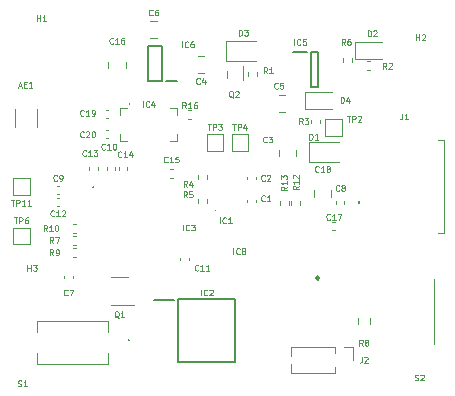
<source format=gbr>
%TF.GenerationSoftware,KiCad,Pcbnew,(6.0.0)*%
%TF.CreationDate,2022-05-30T17:20:12+01:00*%
%TF.ProjectId,Tracer,54726163-6572-42e6-9b69-6361645f7063,E*%
%TF.SameCoordinates,Original*%
%TF.FileFunction,Legend,Top*%
%TF.FilePolarity,Positive*%
%FSLAX46Y46*%
G04 Gerber Fmt 4.6, Leading zero omitted, Abs format (unit mm)*
G04 Created by KiCad (PCBNEW (6.0.0)) date 2022-05-30 17:20:12*
%MOMM*%
%LPD*%
G01*
G04 APERTURE LIST*
%ADD10C,0.035000*%
%ADD11C,0.120000*%
%ADD12C,0.200000*%
%ADD13C,0.027000*%
%ADD14C,0.100000*%
%ADD15C,0.250000*%
G04 APERTURE END LIST*
D10*
%TO.C,C15*%
X142478571Y-94118571D02*
X142454761Y-94142380D01*
X142383333Y-94166190D01*
X142335714Y-94166190D01*
X142264285Y-94142380D01*
X142216666Y-94094761D01*
X142192857Y-94047142D01*
X142169047Y-93951904D01*
X142169047Y-93880476D01*
X142192857Y-93785238D01*
X142216666Y-93737619D01*
X142264285Y-93690000D01*
X142335714Y-93666190D01*
X142383333Y-93666190D01*
X142454761Y-93690000D01*
X142478571Y-93713809D01*
X142954761Y-94166190D02*
X142669047Y-94166190D01*
X142811904Y-94166190D02*
X142811904Y-93666190D01*
X142764285Y-93737619D01*
X142716666Y-93785238D01*
X142669047Y-93809047D01*
X143407142Y-93666190D02*
X143169047Y-93666190D01*
X143145238Y-93904285D01*
X143169047Y-93880476D01*
X143216666Y-93856666D01*
X143335714Y-93856666D01*
X143383333Y-93880476D01*
X143407142Y-93904285D01*
X143430952Y-93951904D01*
X143430952Y-94070952D01*
X143407142Y-94118571D01*
X143383333Y-94142380D01*
X143335714Y-94166190D01*
X143216666Y-94166190D01*
X143169047Y-94142380D01*
X143145238Y-94118571D01*
%TO.C,R10*%
X132278571Y-99976190D02*
X132111904Y-99738095D01*
X131992857Y-99976190D02*
X131992857Y-99476190D01*
X132183333Y-99476190D01*
X132230952Y-99500000D01*
X132254761Y-99523809D01*
X132278571Y-99571428D01*
X132278571Y-99642857D01*
X132254761Y-99690476D01*
X132230952Y-99714285D01*
X132183333Y-99738095D01*
X131992857Y-99738095D01*
X132754761Y-99976190D02*
X132469047Y-99976190D01*
X132611904Y-99976190D02*
X132611904Y-99476190D01*
X132564285Y-99547619D01*
X132516666Y-99595238D01*
X132469047Y-99619047D01*
X133064285Y-99476190D02*
X133111904Y-99476190D01*
X133159523Y-99500000D01*
X133183333Y-99523809D01*
X133207142Y-99571428D01*
X133230952Y-99666666D01*
X133230952Y-99785714D01*
X133207142Y-99880952D01*
X133183333Y-99928571D01*
X133159523Y-99952380D01*
X133111904Y-99976190D01*
X133064285Y-99976190D01*
X133016666Y-99952380D01*
X132992857Y-99928571D01*
X132969047Y-99880952D01*
X132945238Y-99785714D01*
X132945238Y-99666666D01*
X132969047Y-99571428D01*
X132992857Y-99523809D01*
X133016666Y-99500000D01*
X133064285Y-99476190D01*
%TO.C,C1*%
X150716666Y-97398571D02*
X150692857Y-97422380D01*
X150621428Y-97446190D01*
X150573809Y-97446190D01*
X150502380Y-97422380D01*
X150454761Y-97374761D01*
X150430952Y-97327142D01*
X150407142Y-97231904D01*
X150407142Y-97160476D01*
X150430952Y-97065238D01*
X150454761Y-97017619D01*
X150502380Y-96970000D01*
X150573809Y-96946190D01*
X150621428Y-96946190D01*
X150692857Y-96970000D01*
X150716666Y-96993809D01*
X151192857Y-97446190D02*
X150907142Y-97446190D01*
X151050000Y-97446190D02*
X151050000Y-96946190D01*
X151002380Y-97017619D01*
X150954761Y-97065238D01*
X150907142Y-97089047D01*
%TO.C,C16*%
X137873571Y-84078571D02*
X137849761Y-84102380D01*
X137778333Y-84126190D01*
X137730714Y-84126190D01*
X137659285Y-84102380D01*
X137611666Y-84054761D01*
X137587857Y-84007142D01*
X137564047Y-83911904D01*
X137564047Y-83840476D01*
X137587857Y-83745238D01*
X137611666Y-83697619D01*
X137659285Y-83650000D01*
X137730714Y-83626190D01*
X137778333Y-83626190D01*
X137849761Y-83650000D01*
X137873571Y-83673809D01*
X138349761Y-84126190D02*
X138064047Y-84126190D01*
X138206904Y-84126190D02*
X138206904Y-83626190D01*
X138159285Y-83697619D01*
X138111666Y-83745238D01*
X138064047Y-83769047D01*
X138778333Y-83626190D02*
X138683095Y-83626190D01*
X138635476Y-83650000D01*
X138611666Y-83673809D01*
X138564047Y-83745238D01*
X138540238Y-83840476D01*
X138540238Y-84030952D01*
X138564047Y-84078571D01*
X138587857Y-84102380D01*
X138635476Y-84126190D01*
X138730714Y-84126190D01*
X138778333Y-84102380D01*
X138802142Y-84078571D01*
X138825952Y-84030952D01*
X138825952Y-83911904D01*
X138802142Y-83864285D01*
X138778333Y-83840476D01*
X138730714Y-83816666D01*
X138635476Y-83816666D01*
X138587857Y-83840476D01*
X138564047Y-83864285D01*
X138540238Y-83911904D01*
%TO.C,C5*%
X151816666Y-87878571D02*
X151792857Y-87902380D01*
X151721428Y-87926190D01*
X151673809Y-87926190D01*
X151602380Y-87902380D01*
X151554761Y-87854761D01*
X151530952Y-87807142D01*
X151507142Y-87711904D01*
X151507142Y-87640476D01*
X151530952Y-87545238D01*
X151554761Y-87497619D01*
X151602380Y-87450000D01*
X151673809Y-87426190D01*
X151721428Y-87426190D01*
X151792857Y-87450000D01*
X151816666Y-87473809D01*
X152269047Y-87426190D02*
X152030952Y-87426190D01*
X152007142Y-87664285D01*
X152030952Y-87640476D01*
X152078571Y-87616666D01*
X152197619Y-87616666D01*
X152245238Y-87640476D01*
X152269047Y-87664285D01*
X152292857Y-87711904D01*
X152292857Y-87830952D01*
X152269047Y-87878571D01*
X152245238Y-87902380D01*
X152197619Y-87926190D01*
X152078571Y-87926190D01*
X152030952Y-87902380D01*
X152007142Y-87878571D01*
%TO.C,D1*%
X154480952Y-92226190D02*
X154480952Y-91726190D01*
X154600000Y-91726190D01*
X154671428Y-91750000D01*
X154719047Y-91797619D01*
X154742857Y-91845238D01*
X154766666Y-91940476D01*
X154766666Y-92011904D01*
X154742857Y-92107142D01*
X154719047Y-92154761D01*
X154671428Y-92202380D01*
X154600000Y-92226190D01*
X154480952Y-92226190D01*
X155242857Y-92226190D02*
X154957142Y-92226190D01*
X155100000Y-92226190D02*
X155100000Y-91726190D01*
X155052380Y-91797619D01*
X155004761Y-91845238D01*
X154957142Y-91869047D01*
%TO.C,Q2*%
X148052380Y-88673809D02*
X148004761Y-88650000D01*
X147957142Y-88602380D01*
X147885714Y-88530952D01*
X147838095Y-88507142D01*
X147790476Y-88507142D01*
X147814285Y-88626190D02*
X147766666Y-88602380D01*
X147719047Y-88554761D01*
X147695238Y-88459523D01*
X147695238Y-88292857D01*
X147719047Y-88197619D01*
X147766666Y-88150000D01*
X147814285Y-88126190D01*
X147909523Y-88126190D01*
X147957142Y-88150000D01*
X148004761Y-88197619D01*
X148028571Y-88292857D01*
X148028571Y-88459523D01*
X148004761Y-88554761D01*
X147957142Y-88602380D01*
X147909523Y-88626190D01*
X147814285Y-88626190D01*
X148219047Y-88173809D02*
X148242857Y-88150000D01*
X148290476Y-88126190D01*
X148409523Y-88126190D01*
X148457142Y-88150000D01*
X148480952Y-88173809D01*
X148504761Y-88221428D01*
X148504761Y-88269047D01*
X148480952Y-88340476D01*
X148195238Y-88626190D01*
X148504761Y-88626190D01*
%TO.C,R7*%
X132816666Y-100976190D02*
X132650000Y-100738095D01*
X132530952Y-100976190D02*
X132530952Y-100476190D01*
X132721428Y-100476190D01*
X132769047Y-100500000D01*
X132792857Y-100523809D01*
X132816666Y-100571428D01*
X132816666Y-100642857D01*
X132792857Y-100690476D01*
X132769047Y-100714285D01*
X132721428Y-100738095D01*
X132530952Y-100738095D01*
X132983333Y-100476190D02*
X133316666Y-100476190D01*
X133102380Y-100976190D01*
%TO.C,C3*%
X150866666Y-92428571D02*
X150842857Y-92452380D01*
X150771428Y-92476190D01*
X150723809Y-92476190D01*
X150652380Y-92452380D01*
X150604761Y-92404761D01*
X150580952Y-92357142D01*
X150557142Y-92261904D01*
X150557142Y-92190476D01*
X150580952Y-92095238D01*
X150604761Y-92047619D01*
X150652380Y-92000000D01*
X150723809Y-91976190D01*
X150771428Y-91976190D01*
X150842857Y-92000000D01*
X150866666Y-92023809D01*
X151033333Y-91976190D02*
X151342857Y-91976190D01*
X151176190Y-92166666D01*
X151247619Y-92166666D01*
X151295238Y-92190476D01*
X151319047Y-92214285D01*
X151342857Y-92261904D01*
X151342857Y-92380952D01*
X151319047Y-92428571D01*
X151295238Y-92452380D01*
X151247619Y-92476190D01*
X151104761Y-92476190D01*
X151057142Y-92452380D01*
X151033333Y-92428571D01*
%TO.C,H3*%
X130619047Y-103326190D02*
X130619047Y-102826190D01*
X130619047Y-103064285D02*
X130904761Y-103064285D01*
X130904761Y-103326190D02*
X130904761Y-102826190D01*
X131095238Y-102826190D02*
X131404761Y-102826190D01*
X131238095Y-103016666D01*
X131309523Y-103016666D01*
X131357142Y-103040476D01*
X131380952Y-103064285D01*
X131404761Y-103111904D01*
X131404761Y-103230952D01*
X131380952Y-103278571D01*
X131357142Y-103302380D01*
X131309523Y-103326190D01*
X131166666Y-103326190D01*
X131119047Y-103302380D01*
X131095238Y-103278571D01*
%TO.C,C6*%
X141211666Y-81678571D02*
X141187857Y-81702380D01*
X141116428Y-81726190D01*
X141068809Y-81726190D01*
X140997380Y-81702380D01*
X140949761Y-81654761D01*
X140925952Y-81607142D01*
X140902142Y-81511904D01*
X140902142Y-81440476D01*
X140925952Y-81345238D01*
X140949761Y-81297619D01*
X140997380Y-81250000D01*
X141068809Y-81226190D01*
X141116428Y-81226190D01*
X141187857Y-81250000D01*
X141211666Y-81273809D01*
X141640238Y-81226190D02*
X141545000Y-81226190D01*
X141497380Y-81250000D01*
X141473571Y-81273809D01*
X141425952Y-81345238D01*
X141402142Y-81440476D01*
X141402142Y-81630952D01*
X141425952Y-81678571D01*
X141449761Y-81702380D01*
X141497380Y-81726190D01*
X141592619Y-81726190D01*
X141640238Y-81702380D01*
X141664047Y-81678571D01*
X141687857Y-81630952D01*
X141687857Y-81511904D01*
X141664047Y-81464285D01*
X141640238Y-81440476D01*
X141592619Y-81416666D01*
X141497380Y-81416666D01*
X141449761Y-81440476D01*
X141425952Y-81464285D01*
X141402142Y-81511904D01*
%TO.C,IC4*%
X140406904Y-89476190D02*
X140406904Y-88976190D01*
X140930714Y-89428571D02*
X140906904Y-89452380D01*
X140835476Y-89476190D01*
X140787857Y-89476190D01*
X140716428Y-89452380D01*
X140668809Y-89404761D01*
X140645000Y-89357142D01*
X140621190Y-89261904D01*
X140621190Y-89190476D01*
X140645000Y-89095238D01*
X140668809Y-89047619D01*
X140716428Y-89000000D01*
X140787857Y-88976190D01*
X140835476Y-88976190D01*
X140906904Y-89000000D01*
X140930714Y-89023809D01*
X141359285Y-89142857D02*
X141359285Y-89476190D01*
X141240238Y-88952380D02*
X141121190Y-89309523D01*
X141430714Y-89309523D01*
%TO.C,R12*%
X153576190Y-96171428D02*
X153338095Y-96338095D01*
X153576190Y-96457142D02*
X153076190Y-96457142D01*
X153076190Y-96266666D01*
X153100000Y-96219047D01*
X153123809Y-96195238D01*
X153171428Y-96171428D01*
X153242857Y-96171428D01*
X153290476Y-96195238D01*
X153314285Y-96219047D01*
X153338095Y-96266666D01*
X153338095Y-96457142D01*
X153576190Y-95695238D02*
X153576190Y-95980952D01*
X153576190Y-95838095D02*
X153076190Y-95838095D01*
X153147619Y-95885714D01*
X153195238Y-95933333D01*
X153219047Y-95980952D01*
X153123809Y-95504761D02*
X153100000Y-95480952D01*
X153076190Y-95433333D01*
X153076190Y-95314285D01*
X153100000Y-95266666D01*
X153123809Y-95242857D01*
X153171428Y-95219047D01*
X153219047Y-95219047D01*
X153290476Y-95242857D01*
X153576190Y-95528571D01*
X153576190Y-95219047D01*
%TO.C,IC1*%
X146911904Y-99326190D02*
X146911904Y-98826190D01*
X147435714Y-99278571D02*
X147411904Y-99302380D01*
X147340476Y-99326190D01*
X147292857Y-99326190D01*
X147221428Y-99302380D01*
X147173809Y-99254761D01*
X147150000Y-99207142D01*
X147126190Y-99111904D01*
X147126190Y-99040476D01*
X147150000Y-98945238D01*
X147173809Y-98897619D01*
X147221428Y-98850000D01*
X147292857Y-98826190D01*
X147340476Y-98826190D01*
X147411904Y-98850000D01*
X147435714Y-98873809D01*
X147911904Y-99326190D02*
X147626190Y-99326190D01*
X147769047Y-99326190D02*
X147769047Y-98826190D01*
X147721428Y-98897619D01*
X147673809Y-98945238D01*
X147626190Y-98969047D01*
%TO.C,J1*%
X162333333Y-90026190D02*
X162333333Y-90383333D01*
X162309523Y-90454761D01*
X162261904Y-90502380D01*
X162190476Y-90526190D01*
X162142857Y-90526190D01*
X162833333Y-90526190D02*
X162547619Y-90526190D01*
X162690476Y-90526190D02*
X162690476Y-90026190D01*
X162642857Y-90097619D01*
X162595238Y-90145238D01*
X162547619Y-90169047D01*
%TO.C,IC5*%
X153211904Y-84226190D02*
X153211904Y-83726190D01*
X153735714Y-84178571D02*
X153711904Y-84202380D01*
X153640476Y-84226190D01*
X153592857Y-84226190D01*
X153521428Y-84202380D01*
X153473809Y-84154761D01*
X153450000Y-84107142D01*
X153426190Y-84011904D01*
X153426190Y-83940476D01*
X153450000Y-83845238D01*
X153473809Y-83797619D01*
X153521428Y-83750000D01*
X153592857Y-83726190D01*
X153640476Y-83726190D01*
X153711904Y-83750000D01*
X153735714Y-83773809D01*
X154188095Y-83726190D02*
X153950000Y-83726190D01*
X153926190Y-83964285D01*
X153950000Y-83940476D01*
X153997619Y-83916666D01*
X154116666Y-83916666D01*
X154164285Y-83940476D01*
X154188095Y-83964285D01*
X154211904Y-84011904D01*
X154211904Y-84130952D01*
X154188095Y-84178571D01*
X154164285Y-84202380D01*
X154116666Y-84226190D01*
X153997619Y-84226190D01*
X153950000Y-84202380D01*
X153926190Y-84178571D01*
%TO.C,R16*%
X144028571Y-89576190D02*
X143861904Y-89338095D01*
X143742857Y-89576190D02*
X143742857Y-89076190D01*
X143933333Y-89076190D01*
X143980952Y-89100000D01*
X144004761Y-89123809D01*
X144028571Y-89171428D01*
X144028571Y-89242857D01*
X144004761Y-89290476D01*
X143980952Y-89314285D01*
X143933333Y-89338095D01*
X143742857Y-89338095D01*
X144504761Y-89576190D02*
X144219047Y-89576190D01*
X144361904Y-89576190D02*
X144361904Y-89076190D01*
X144314285Y-89147619D01*
X144266666Y-89195238D01*
X144219047Y-89219047D01*
X144933333Y-89076190D02*
X144838095Y-89076190D01*
X144790476Y-89100000D01*
X144766666Y-89123809D01*
X144719047Y-89195238D01*
X144695238Y-89290476D01*
X144695238Y-89480952D01*
X144719047Y-89528571D01*
X144742857Y-89552380D01*
X144790476Y-89576190D01*
X144885714Y-89576190D01*
X144933333Y-89552380D01*
X144957142Y-89528571D01*
X144980952Y-89480952D01*
X144980952Y-89361904D01*
X144957142Y-89314285D01*
X144933333Y-89290476D01*
X144885714Y-89266666D01*
X144790476Y-89266666D01*
X144742857Y-89290476D01*
X144719047Y-89314285D01*
X144695238Y-89361904D01*
%TO.C,R2*%
X161016666Y-86226190D02*
X160850000Y-85988095D01*
X160730952Y-86226190D02*
X160730952Y-85726190D01*
X160921428Y-85726190D01*
X160969047Y-85750000D01*
X160992857Y-85773809D01*
X161016666Y-85821428D01*
X161016666Y-85892857D01*
X160992857Y-85940476D01*
X160969047Y-85964285D01*
X160921428Y-85988095D01*
X160730952Y-85988095D01*
X161207142Y-85773809D02*
X161230952Y-85750000D01*
X161278571Y-85726190D01*
X161397619Y-85726190D01*
X161445238Y-85750000D01*
X161469047Y-85773809D01*
X161492857Y-85821428D01*
X161492857Y-85869047D01*
X161469047Y-85940476D01*
X161183333Y-86226190D01*
X161492857Y-86226190D01*
%TO.C,C7*%
X134016666Y-105378571D02*
X133992857Y-105402380D01*
X133921428Y-105426190D01*
X133873809Y-105426190D01*
X133802380Y-105402380D01*
X133754761Y-105354761D01*
X133730952Y-105307142D01*
X133707142Y-105211904D01*
X133707142Y-105140476D01*
X133730952Y-105045238D01*
X133754761Y-104997619D01*
X133802380Y-104950000D01*
X133873809Y-104926190D01*
X133921428Y-104926190D01*
X133992857Y-104950000D01*
X134016666Y-104973809D01*
X134183333Y-104926190D02*
X134516666Y-104926190D01*
X134302380Y-105426190D01*
%TO.C,C10*%
X137178571Y-93028571D02*
X137154761Y-93052380D01*
X137083333Y-93076190D01*
X137035714Y-93076190D01*
X136964285Y-93052380D01*
X136916666Y-93004761D01*
X136892857Y-92957142D01*
X136869047Y-92861904D01*
X136869047Y-92790476D01*
X136892857Y-92695238D01*
X136916666Y-92647619D01*
X136964285Y-92600000D01*
X137035714Y-92576190D01*
X137083333Y-92576190D01*
X137154761Y-92600000D01*
X137178571Y-92623809D01*
X137654761Y-93076190D02*
X137369047Y-93076190D01*
X137511904Y-93076190D02*
X137511904Y-92576190D01*
X137464285Y-92647619D01*
X137416666Y-92695238D01*
X137369047Y-92719047D01*
X137964285Y-92576190D02*
X138011904Y-92576190D01*
X138059523Y-92600000D01*
X138083333Y-92623809D01*
X138107142Y-92671428D01*
X138130952Y-92766666D01*
X138130952Y-92885714D01*
X138107142Y-92980952D01*
X138083333Y-93028571D01*
X138059523Y-93052380D01*
X138011904Y-93076190D01*
X137964285Y-93076190D01*
X137916666Y-93052380D01*
X137892857Y-93028571D01*
X137869047Y-92980952D01*
X137845238Y-92885714D01*
X137845238Y-92766666D01*
X137869047Y-92671428D01*
X137892857Y-92623809D01*
X137916666Y-92600000D01*
X137964285Y-92576190D01*
%TO.C,C14*%
X138578571Y-93678571D02*
X138554761Y-93702380D01*
X138483333Y-93726190D01*
X138435714Y-93726190D01*
X138364285Y-93702380D01*
X138316666Y-93654761D01*
X138292857Y-93607142D01*
X138269047Y-93511904D01*
X138269047Y-93440476D01*
X138292857Y-93345238D01*
X138316666Y-93297619D01*
X138364285Y-93250000D01*
X138435714Y-93226190D01*
X138483333Y-93226190D01*
X138554761Y-93250000D01*
X138578571Y-93273809D01*
X139054761Y-93726190D02*
X138769047Y-93726190D01*
X138911904Y-93726190D02*
X138911904Y-93226190D01*
X138864285Y-93297619D01*
X138816666Y-93345238D01*
X138769047Y-93369047D01*
X139483333Y-93392857D02*
X139483333Y-93726190D01*
X139364285Y-93202380D02*
X139245238Y-93559523D01*
X139554761Y-93559523D01*
%TO.C,TP3*%
X145869047Y-90926190D02*
X146154761Y-90926190D01*
X146011904Y-91426190D02*
X146011904Y-90926190D01*
X146321428Y-91426190D02*
X146321428Y-90926190D01*
X146511904Y-90926190D01*
X146559523Y-90950000D01*
X146583333Y-90973809D01*
X146607142Y-91021428D01*
X146607142Y-91092857D01*
X146583333Y-91140476D01*
X146559523Y-91164285D01*
X146511904Y-91188095D01*
X146321428Y-91188095D01*
X146773809Y-90926190D02*
X147083333Y-90926190D01*
X146916666Y-91116666D01*
X146988095Y-91116666D01*
X147035714Y-91140476D01*
X147059523Y-91164285D01*
X147083333Y-91211904D01*
X147083333Y-91330952D01*
X147059523Y-91378571D01*
X147035714Y-91402380D01*
X146988095Y-91426190D01*
X146845238Y-91426190D01*
X146797619Y-91402380D01*
X146773809Y-91378571D01*
%TO.C,C18*%
X155278571Y-94928571D02*
X155254761Y-94952380D01*
X155183333Y-94976190D01*
X155135714Y-94976190D01*
X155064285Y-94952380D01*
X155016666Y-94904761D01*
X154992857Y-94857142D01*
X154969047Y-94761904D01*
X154969047Y-94690476D01*
X154992857Y-94595238D01*
X155016666Y-94547619D01*
X155064285Y-94500000D01*
X155135714Y-94476190D01*
X155183333Y-94476190D01*
X155254761Y-94500000D01*
X155278571Y-94523809D01*
X155754761Y-94976190D02*
X155469047Y-94976190D01*
X155611904Y-94976190D02*
X155611904Y-94476190D01*
X155564285Y-94547619D01*
X155516666Y-94595238D01*
X155469047Y-94619047D01*
X156040476Y-94690476D02*
X155992857Y-94666666D01*
X155969047Y-94642857D01*
X155945238Y-94595238D01*
X155945238Y-94571428D01*
X155969047Y-94523809D01*
X155992857Y-94500000D01*
X156040476Y-94476190D01*
X156135714Y-94476190D01*
X156183333Y-94500000D01*
X156207142Y-94523809D01*
X156230952Y-94571428D01*
X156230952Y-94595238D01*
X156207142Y-94642857D01*
X156183333Y-94666666D01*
X156135714Y-94690476D01*
X156040476Y-94690476D01*
X155992857Y-94714285D01*
X155969047Y-94738095D01*
X155945238Y-94785714D01*
X155945238Y-94880952D01*
X155969047Y-94928571D01*
X155992857Y-94952380D01*
X156040476Y-94976190D01*
X156135714Y-94976190D01*
X156183333Y-94952380D01*
X156207142Y-94928571D01*
X156230952Y-94880952D01*
X156230952Y-94785714D01*
X156207142Y-94738095D01*
X156183333Y-94714285D01*
X156135714Y-94690476D01*
%TO.C,C13*%
X135578571Y-93578571D02*
X135554761Y-93602380D01*
X135483333Y-93626190D01*
X135435714Y-93626190D01*
X135364285Y-93602380D01*
X135316666Y-93554761D01*
X135292857Y-93507142D01*
X135269047Y-93411904D01*
X135269047Y-93340476D01*
X135292857Y-93245238D01*
X135316666Y-93197619D01*
X135364285Y-93150000D01*
X135435714Y-93126190D01*
X135483333Y-93126190D01*
X135554761Y-93150000D01*
X135578571Y-93173809D01*
X136054761Y-93626190D02*
X135769047Y-93626190D01*
X135911904Y-93626190D02*
X135911904Y-93126190D01*
X135864285Y-93197619D01*
X135816666Y-93245238D01*
X135769047Y-93269047D01*
X136221428Y-93126190D02*
X136530952Y-93126190D01*
X136364285Y-93316666D01*
X136435714Y-93316666D01*
X136483333Y-93340476D01*
X136507142Y-93364285D01*
X136530952Y-93411904D01*
X136530952Y-93530952D01*
X136507142Y-93578571D01*
X136483333Y-93602380D01*
X136435714Y-93626190D01*
X136292857Y-93626190D01*
X136245238Y-93602380D01*
X136221428Y-93578571D01*
%TO.C,C20*%
X135378571Y-91978571D02*
X135354761Y-92002380D01*
X135283333Y-92026190D01*
X135235714Y-92026190D01*
X135164285Y-92002380D01*
X135116666Y-91954761D01*
X135092857Y-91907142D01*
X135069047Y-91811904D01*
X135069047Y-91740476D01*
X135092857Y-91645238D01*
X135116666Y-91597619D01*
X135164285Y-91550000D01*
X135235714Y-91526190D01*
X135283333Y-91526190D01*
X135354761Y-91550000D01*
X135378571Y-91573809D01*
X135569047Y-91573809D02*
X135592857Y-91550000D01*
X135640476Y-91526190D01*
X135759523Y-91526190D01*
X135807142Y-91550000D01*
X135830952Y-91573809D01*
X135854761Y-91621428D01*
X135854761Y-91669047D01*
X135830952Y-91740476D01*
X135545238Y-92026190D01*
X135854761Y-92026190D01*
X136164285Y-91526190D02*
X136211904Y-91526190D01*
X136259523Y-91550000D01*
X136283333Y-91573809D01*
X136307142Y-91621428D01*
X136330952Y-91716666D01*
X136330952Y-91835714D01*
X136307142Y-91930952D01*
X136283333Y-91978571D01*
X136259523Y-92002380D01*
X136211904Y-92026190D01*
X136164285Y-92026190D01*
X136116666Y-92002380D01*
X136092857Y-91978571D01*
X136069047Y-91930952D01*
X136045238Y-91835714D01*
X136045238Y-91716666D01*
X136069047Y-91621428D01*
X136092857Y-91573809D01*
X136116666Y-91550000D01*
X136164285Y-91526190D01*
%TO.C,D2*%
X159430952Y-83496190D02*
X159430952Y-82996190D01*
X159550000Y-82996190D01*
X159621428Y-83020000D01*
X159669047Y-83067619D01*
X159692857Y-83115238D01*
X159716666Y-83210476D01*
X159716666Y-83281904D01*
X159692857Y-83377142D01*
X159669047Y-83424761D01*
X159621428Y-83472380D01*
X159550000Y-83496190D01*
X159430952Y-83496190D01*
X159907142Y-83043809D02*
X159930952Y-83020000D01*
X159978571Y-82996190D01*
X160097619Y-82996190D01*
X160145238Y-83020000D01*
X160169047Y-83043809D01*
X160192857Y-83091428D01*
X160192857Y-83139047D01*
X160169047Y-83210476D01*
X159883333Y-83496190D01*
X160192857Y-83496190D01*
%TO.C,J2*%
X158928333Y-110626190D02*
X158928333Y-110983333D01*
X158904523Y-111054761D01*
X158856904Y-111102380D01*
X158785476Y-111126190D01*
X158737857Y-111126190D01*
X159142619Y-110673809D02*
X159166428Y-110650000D01*
X159214047Y-110626190D01*
X159333095Y-110626190D01*
X159380714Y-110650000D01*
X159404523Y-110673809D01*
X159428333Y-110721428D01*
X159428333Y-110769047D01*
X159404523Y-110840476D01*
X159118809Y-111126190D01*
X159428333Y-111126190D01*
%TO.C,R4*%
X144116666Y-96226190D02*
X143950000Y-95988095D01*
X143830952Y-96226190D02*
X143830952Y-95726190D01*
X144021428Y-95726190D01*
X144069047Y-95750000D01*
X144092857Y-95773809D01*
X144116666Y-95821428D01*
X144116666Y-95892857D01*
X144092857Y-95940476D01*
X144069047Y-95964285D01*
X144021428Y-95988095D01*
X143830952Y-95988095D01*
X144545238Y-95892857D02*
X144545238Y-96226190D01*
X144426190Y-95702380D02*
X144307142Y-96059523D01*
X144616666Y-96059523D01*
%TO.C,R6*%
X157516666Y-84206190D02*
X157350000Y-83968095D01*
X157230952Y-84206190D02*
X157230952Y-83706190D01*
X157421428Y-83706190D01*
X157469047Y-83730000D01*
X157492857Y-83753809D01*
X157516666Y-83801428D01*
X157516666Y-83872857D01*
X157492857Y-83920476D01*
X157469047Y-83944285D01*
X157421428Y-83968095D01*
X157230952Y-83968095D01*
X157945238Y-83706190D02*
X157850000Y-83706190D01*
X157802380Y-83730000D01*
X157778571Y-83753809D01*
X157730952Y-83825238D01*
X157707142Y-83920476D01*
X157707142Y-84110952D01*
X157730952Y-84158571D01*
X157754761Y-84182380D01*
X157802380Y-84206190D01*
X157897619Y-84206190D01*
X157945238Y-84182380D01*
X157969047Y-84158571D01*
X157992857Y-84110952D01*
X157992857Y-83991904D01*
X157969047Y-83944285D01*
X157945238Y-83920476D01*
X157897619Y-83896666D01*
X157802380Y-83896666D01*
X157754761Y-83920476D01*
X157730952Y-83944285D01*
X157707142Y-83991904D01*
%TO.C,TP11*%
X129230952Y-97326190D02*
X129516666Y-97326190D01*
X129373809Y-97826190D02*
X129373809Y-97326190D01*
X129683333Y-97826190D02*
X129683333Y-97326190D01*
X129873809Y-97326190D01*
X129921428Y-97350000D01*
X129945238Y-97373809D01*
X129969047Y-97421428D01*
X129969047Y-97492857D01*
X129945238Y-97540476D01*
X129921428Y-97564285D01*
X129873809Y-97588095D01*
X129683333Y-97588095D01*
X130445238Y-97826190D02*
X130159523Y-97826190D01*
X130302380Y-97826190D02*
X130302380Y-97326190D01*
X130254761Y-97397619D01*
X130207142Y-97445238D01*
X130159523Y-97469047D01*
X130921428Y-97826190D02*
X130635714Y-97826190D01*
X130778571Y-97826190D02*
X130778571Y-97326190D01*
X130730952Y-97397619D01*
X130683333Y-97445238D01*
X130635714Y-97469047D01*
%TO.C,TP6*%
X129469047Y-98826190D02*
X129754761Y-98826190D01*
X129611904Y-99326190D02*
X129611904Y-98826190D01*
X129921428Y-99326190D02*
X129921428Y-98826190D01*
X130111904Y-98826190D01*
X130159523Y-98850000D01*
X130183333Y-98873809D01*
X130207142Y-98921428D01*
X130207142Y-98992857D01*
X130183333Y-99040476D01*
X130159523Y-99064285D01*
X130111904Y-99088095D01*
X129921428Y-99088095D01*
X130635714Y-98826190D02*
X130540476Y-98826190D01*
X130492857Y-98850000D01*
X130469047Y-98873809D01*
X130421428Y-98945238D01*
X130397619Y-99040476D01*
X130397619Y-99230952D01*
X130421428Y-99278571D01*
X130445238Y-99302380D01*
X130492857Y-99326190D01*
X130588095Y-99326190D01*
X130635714Y-99302380D01*
X130659523Y-99278571D01*
X130683333Y-99230952D01*
X130683333Y-99111904D01*
X130659523Y-99064285D01*
X130635714Y-99040476D01*
X130588095Y-99016666D01*
X130492857Y-99016666D01*
X130445238Y-99040476D01*
X130421428Y-99064285D01*
X130397619Y-99111904D01*
%TO.C,H2*%
X163519047Y-83826190D02*
X163519047Y-83326190D01*
X163519047Y-83564285D02*
X163804761Y-83564285D01*
X163804761Y-83826190D02*
X163804761Y-83326190D01*
X164019047Y-83373809D02*
X164042857Y-83350000D01*
X164090476Y-83326190D01*
X164209523Y-83326190D01*
X164257142Y-83350000D01*
X164280952Y-83373809D01*
X164304761Y-83421428D01*
X164304761Y-83469047D01*
X164280952Y-83540476D01*
X163995238Y-83826190D01*
X164304761Y-83826190D01*
%TO.C,R3*%
X153916666Y-90926190D02*
X153750000Y-90688095D01*
X153630952Y-90926190D02*
X153630952Y-90426190D01*
X153821428Y-90426190D01*
X153869047Y-90450000D01*
X153892857Y-90473809D01*
X153916666Y-90521428D01*
X153916666Y-90592857D01*
X153892857Y-90640476D01*
X153869047Y-90664285D01*
X153821428Y-90688095D01*
X153630952Y-90688095D01*
X154083333Y-90426190D02*
X154392857Y-90426190D01*
X154226190Y-90616666D01*
X154297619Y-90616666D01*
X154345238Y-90640476D01*
X154369047Y-90664285D01*
X154392857Y-90711904D01*
X154392857Y-90830952D01*
X154369047Y-90878571D01*
X154345238Y-90902380D01*
X154297619Y-90926190D01*
X154154761Y-90926190D01*
X154107142Y-90902380D01*
X154083333Y-90878571D01*
%TO.C,C2*%
X150716666Y-95678571D02*
X150692857Y-95702380D01*
X150621428Y-95726190D01*
X150573809Y-95726190D01*
X150502380Y-95702380D01*
X150454761Y-95654761D01*
X150430952Y-95607142D01*
X150407142Y-95511904D01*
X150407142Y-95440476D01*
X150430952Y-95345238D01*
X150454761Y-95297619D01*
X150502380Y-95250000D01*
X150573809Y-95226190D01*
X150621428Y-95226190D01*
X150692857Y-95250000D01*
X150716666Y-95273809D01*
X150907142Y-95273809D02*
X150930952Y-95250000D01*
X150978571Y-95226190D01*
X151097619Y-95226190D01*
X151145238Y-95250000D01*
X151169047Y-95273809D01*
X151192857Y-95321428D01*
X151192857Y-95369047D01*
X151169047Y-95440476D01*
X150883333Y-95726190D01*
X151192857Y-95726190D01*
%TO.C,S2*%
X163419047Y-112602380D02*
X163490476Y-112626190D01*
X163609523Y-112626190D01*
X163657142Y-112602380D01*
X163680952Y-112578571D01*
X163704761Y-112530952D01*
X163704761Y-112483333D01*
X163680952Y-112435714D01*
X163657142Y-112411904D01*
X163609523Y-112388095D01*
X163514285Y-112364285D01*
X163466666Y-112340476D01*
X163442857Y-112316666D01*
X163419047Y-112269047D01*
X163419047Y-112221428D01*
X163442857Y-112173809D01*
X163466666Y-112150000D01*
X163514285Y-112126190D01*
X163633333Y-112126190D01*
X163704761Y-112150000D01*
X163895238Y-112173809D02*
X163919047Y-112150000D01*
X163966666Y-112126190D01*
X164085714Y-112126190D01*
X164133333Y-112150000D01*
X164157142Y-112173809D01*
X164180952Y-112221428D01*
X164180952Y-112269047D01*
X164157142Y-112340476D01*
X163871428Y-112626190D01*
X164180952Y-112626190D01*
%TO.C,S1*%
X129819047Y-113102380D02*
X129890476Y-113126190D01*
X130009523Y-113126190D01*
X130057142Y-113102380D01*
X130080952Y-113078571D01*
X130104761Y-113030952D01*
X130104761Y-112983333D01*
X130080952Y-112935714D01*
X130057142Y-112911904D01*
X130009523Y-112888095D01*
X129914285Y-112864285D01*
X129866666Y-112840476D01*
X129842857Y-112816666D01*
X129819047Y-112769047D01*
X129819047Y-112721428D01*
X129842857Y-112673809D01*
X129866666Y-112650000D01*
X129914285Y-112626190D01*
X130033333Y-112626190D01*
X130104761Y-112650000D01*
X130580952Y-113126190D02*
X130295238Y-113126190D01*
X130438095Y-113126190D02*
X130438095Y-112626190D01*
X130390476Y-112697619D01*
X130342857Y-112745238D01*
X130295238Y-112769047D01*
%TO.C,D4*%
X157130952Y-89126190D02*
X157130952Y-88626190D01*
X157250000Y-88626190D01*
X157321428Y-88650000D01*
X157369047Y-88697619D01*
X157392857Y-88745238D01*
X157416666Y-88840476D01*
X157416666Y-88911904D01*
X157392857Y-89007142D01*
X157369047Y-89054761D01*
X157321428Y-89102380D01*
X157250000Y-89126190D01*
X157130952Y-89126190D01*
X157845238Y-88792857D02*
X157845238Y-89126190D01*
X157726190Y-88602380D02*
X157607142Y-88959523D01*
X157916666Y-88959523D01*
%TO.C,D3*%
X148530952Y-83426190D02*
X148530952Y-82926190D01*
X148650000Y-82926190D01*
X148721428Y-82950000D01*
X148769047Y-82997619D01*
X148792857Y-83045238D01*
X148816666Y-83140476D01*
X148816666Y-83211904D01*
X148792857Y-83307142D01*
X148769047Y-83354761D01*
X148721428Y-83402380D01*
X148650000Y-83426190D01*
X148530952Y-83426190D01*
X148983333Y-82926190D02*
X149292857Y-82926190D01*
X149126190Y-83116666D01*
X149197619Y-83116666D01*
X149245238Y-83140476D01*
X149269047Y-83164285D01*
X149292857Y-83211904D01*
X149292857Y-83330952D01*
X149269047Y-83378571D01*
X149245238Y-83402380D01*
X149197619Y-83426190D01*
X149054761Y-83426190D01*
X149007142Y-83402380D01*
X148983333Y-83378571D01*
%TO.C,R1*%
X150916666Y-86626190D02*
X150750000Y-86388095D01*
X150630952Y-86626190D02*
X150630952Y-86126190D01*
X150821428Y-86126190D01*
X150869047Y-86150000D01*
X150892857Y-86173809D01*
X150916666Y-86221428D01*
X150916666Y-86292857D01*
X150892857Y-86340476D01*
X150869047Y-86364285D01*
X150821428Y-86388095D01*
X150630952Y-86388095D01*
X151392857Y-86626190D02*
X151107142Y-86626190D01*
X151250000Y-86626190D02*
X151250000Y-86126190D01*
X151202380Y-86197619D01*
X151154761Y-86245238D01*
X151107142Y-86269047D01*
%TO.C,C19*%
X135378571Y-90178571D02*
X135354761Y-90202380D01*
X135283333Y-90226190D01*
X135235714Y-90226190D01*
X135164285Y-90202380D01*
X135116666Y-90154761D01*
X135092857Y-90107142D01*
X135069047Y-90011904D01*
X135069047Y-89940476D01*
X135092857Y-89845238D01*
X135116666Y-89797619D01*
X135164285Y-89750000D01*
X135235714Y-89726190D01*
X135283333Y-89726190D01*
X135354761Y-89750000D01*
X135378571Y-89773809D01*
X135854761Y-90226190D02*
X135569047Y-90226190D01*
X135711904Y-90226190D02*
X135711904Y-89726190D01*
X135664285Y-89797619D01*
X135616666Y-89845238D01*
X135569047Y-89869047D01*
X136092857Y-90226190D02*
X136188095Y-90226190D01*
X136235714Y-90202380D01*
X136259523Y-90178571D01*
X136307142Y-90107142D01*
X136330952Y-90011904D01*
X136330952Y-89821428D01*
X136307142Y-89773809D01*
X136283333Y-89750000D01*
X136235714Y-89726190D01*
X136140476Y-89726190D01*
X136092857Y-89750000D01*
X136069047Y-89773809D01*
X136045238Y-89821428D01*
X136045238Y-89940476D01*
X136069047Y-89988095D01*
X136092857Y-90011904D01*
X136140476Y-90035714D01*
X136235714Y-90035714D01*
X136283333Y-90011904D01*
X136307142Y-89988095D01*
X136330952Y-89940476D01*
%TO.C,IC8*%
X148061904Y-101926190D02*
X148061904Y-101426190D01*
X148585714Y-101878571D02*
X148561904Y-101902380D01*
X148490476Y-101926190D01*
X148442857Y-101926190D01*
X148371428Y-101902380D01*
X148323809Y-101854761D01*
X148300000Y-101807142D01*
X148276190Y-101711904D01*
X148276190Y-101640476D01*
X148300000Y-101545238D01*
X148323809Y-101497619D01*
X148371428Y-101450000D01*
X148442857Y-101426190D01*
X148490476Y-101426190D01*
X148561904Y-101450000D01*
X148585714Y-101473809D01*
X148871428Y-101640476D02*
X148823809Y-101616666D01*
X148800000Y-101592857D01*
X148776190Y-101545238D01*
X148776190Y-101521428D01*
X148800000Y-101473809D01*
X148823809Y-101450000D01*
X148871428Y-101426190D01*
X148966666Y-101426190D01*
X149014285Y-101450000D01*
X149038095Y-101473809D01*
X149061904Y-101521428D01*
X149061904Y-101545238D01*
X149038095Y-101592857D01*
X149014285Y-101616666D01*
X148966666Y-101640476D01*
X148871428Y-101640476D01*
X148823809Y-101664285D01*
X148800000Y-101688095D01*
X148776190Y-101735714D01*
X148776190Y-101830952D01*
X148800000Y-101878571D01*
X148823809Y-101902380D01*
X148871428Y-101926190D01*
X148966666Y-101926190D01*
X149014285Y-101902380D01*
X149038095Y-101878571D01*
X149061904Y-101830952D01*
X149061904Y-101735714D01*
X149038095Y-101688095D01*
X149014285Y-101664285D01*
X148966666Y-101640476D01*
%TO.C,C12*%
X132878571Y-98678571D02*
X132854761Y-98702380D01*
X132783333Y-98726190D01*
X132735714Y-98726190D01*
X132664285Y-98702380D01*
X132616666Y-98654761D01*
X132592857Y-98607142D01*
X132569047Y-98511904D01*
X132569047Y-98440476D01*
X132592857Y-98345238D01*
X132616666Y-98297619D01*
X132664285Y-98250000D01*
X132735714Y-98226190D01*
X132783333Y-98226190D01*
X132854761Y-98250000D01*
X132878571Y-98273809D01*
X133354761Y-98726190D02*
X133069047Y-98726190D01*
X133211904Y-98726190D02*
X133211904Y-98226190D01*
X133164285Y-98297619D01*
X133116666Y-98345238D01*
X133069047Y-98369047D01*
X133545238Y-98273809D02*
X133569047Y-98250000D01*
X133616666Y-98226190D01*
X133735714Y-98226190D01*
X133783333Y-98250000D01*
X133807142Y-98273809D01*
X133830952Y-98321428D01*
X133830952Y-98369047D01*
X133807142Y-98440476D01*
X133521428Y-98726190D01*
X133830952Y-98726190D01*
%TO.C,H1*%
X131419047Y-82226190D02*
X131419047Y-81726190D01*
X131419047Y-81964285D02*
X131704761Y-81964285D01*
X131704761Y-82226190D02*
X131704761Y-81726190D01*
X132204761Y-82226190D02*
X131919047Y-82226190D01*
X132061904Y-82226190D02*
X132061904Y-81726190D01*
X132014285Y-81797619D01*
X131966666Y-81845238D01*
X131919047Y-81869047D01*
%TO.C,AE1*%
X129866666Y-87683333D02*
X130104761Y-87683333D01*
X129819047Y-87826190D02*
X129985714Y-87326190D01*
X130152380Y-87826190D01*
X130319047Y-87564285D02*
X130485714Y-87564285D01*
X130557142Y-87826190D02*
X130319047Y-87826190D01*
X130319047Y-87326190D01*
X130557142Y-87326190D01*
X131033333Y-87826190D02*
X130747619Y-87826190D01*
X130890476Y-87826190D02*
X130890476Y-87326190D01*
X130842857Y-87397619D01*
X130795238Y-87445238D01*
X130747619Y-87469047D01*
%TO.C,R9*%
X132816666Y-102026190D02*
X132650000Y-101788095D01*
X132530952Y-102026190D02*
X132530952Y-101526190D01*
X132721428Y-101526190D01*
X132769047Y-101550000D01*
X132792857Y-101573809D01*
X132816666Y-101621428D01*
X132816666Y-101692857D01*
X132792857Y-101740476D01*
X132769047Y-101764285D01*
X132721428Y-101788095D01*
X132530952Y-101788095D01*
X133054761Y-102026190D02*
X133150000Y-102026190D01*
X133197619Y-102002380D01*
X133221428Y-101978571D01*
X133269047Y-101907142D01*
X133292857Y-101811904D01*
X133292857Y-101621428D01*
X133269047Y-101573809D01*
X133245238Y-101550000D01*
X133197619Y-101526190D01*
X133102380Y-101526190D01*
X133054761Y-101550000D01*
X133030952Y-101573809D01*
X133007142Y-101621428D01*
X133007142Y-101740476D01*
X133030952Y-101788095D01*
X133054761Y-101811904D01*
X133102380Y-101835714D01*
X133197619Y-101835714D01*
X133245238Y-101811904D01*
X133269047Y-101788095D01*
X133292857Y-101740476D01*
%TO.C,Q1*%
X138352380Y-107323809D02*
X138304761Y-107300000D01*
X138257142Y-107252380D01*
X138185714Y-107180952D01*
X138138095Y-107157142D01*
X138090476Y-107157142D01*
X138114285Y-107276190D02*
X138066666Y-107252380D01*
X138019047Y-107204761D01*
X137995238Y-107109523D01*
X137995238Y-106942857D01*
X138019047Y-106847619D01*
X138066666Y-106800000D01*
X138114285Y-106776190D01*
X138209523Y-106776190D01*
X138257142Y-106800000D01*
X138304761Y-106847619D01*
X138328571Y-106942857D01*
X138328571Y-107109523D01*
X138304761Y-107204761D01*
X138257142Y-107252380D01*
X138209523Y-107276190D01*
X138114285Y-107276190D01*
X138804761Y-107276190D02*
X138519047Y-107276190D01*
X138661904Y-107276190D02*
X138661904Y-106776190D01*
X138614285Y-106847619D01*
X138566666Y-106895238D01*
X138519047Y-106919047D01*
%TO.C,IC3*%
X143811904Y-99926190D02*
X143811904Y-99426190D01*
X144335714Y-99878571D02*
X144311904Y-99902380D01*
X144240476Y-99926190D01*
X144192857Y-99926190D01*
X144121428Y-99902380D01*
X144073809Y-99854761D01*
X144050000Y-99807142D01*
X144026190Y-99711904D01*
X144026190Y-99640476D01*
X144050000Y-99545238D01*
X144073809Y-99497619D01*
X144121428Y-99450000D01*
X144192857Y-99426190D01*
X144240476Y-99426190D01*
X144311904Y-99450000D01*
X144335714Y-99473809D01*
X144502380Y-99426190D02*
X144811904Y-99426190D01*
X144645238Y-99616666D01*
X144716666Y-99616666D01*
X144764285Y-99640476D01*
X144788095Y-99664285D01*
X144811904Y-99711904D01*
X144811904Y-99830952D01*
X144788095Y-99878571D01*
X144764285Y-99902380D01*
X144716666Y-99926190D01*
X144573809Y-99926190D01*
X144526190Y-99902380D01*
X144502380Y-99878571D01*
%TO.C,C17*%
X156228571Y-98978571D02*
X156204761Y-99002380D01*
X156133333Y-99026190D01*
X156085714Y-99026190D01*
X156014285Y-99002380D01*
X155966666Y-98954761D01*
X155942857Y-98907142D01*
X155919047Y-98811904D01*
X155919047Y-98740476D01*
X155942857Y-98645238D01*
X155966666Y-98597619D01*
X156014285Y-98550000D01*
X156085714Y-98526190D01*
X156133333Y-98526190D01*
X156204761Y-98550000D01*
X156228571Y-98573809D01*
X156704761Y-99026190D02*
X156419047Y-99026190D01*
X156561904Y-99026190D02*
X156561904Y-98526190D01*
X156514285Y-98597619D01*
X156466666Y-98645238D01*
X156419047Y-98669047D01*
X156871428Y-98526190D02*
X157204761Y-98526190D01*
X156990476Y-99026190D01*
%TO.C,R5*%
X144116666Y-97126190D02*
X143950000Y-96888095D01*
X143830952Y-97126190D02*
X143830952Y-96626190D01*
X144021428Y-96626190D01*
X144069047Y-96650000D01*
X144092857Y-96673809D01*
X144116666Y-96721428D01*
X144116666Y-96792857D01*
X144092857Y-96840476D01*
X144069047Y-96864285D01*
X144021428Y-96888095D01*
X143830952Y-96888095D01*
X144569047Y-96626190D02*
X144330952Y-96626190D01*
X144307142Y-96864285D01*
X144330952Y-96840476D01*
X144378571Y-96816666D01*
X144497619Y-96816666D01*
X144545238Y-96840476D01*
X144569047Y-96864285D01*
X144592857Y-96911904D01*
X144592857Y-97030952D01*
X144569047Y-97078571D01*
X144545238Y-97102380D01*
X144497619Y-97126190D01*
X144378571Y-97126190D01*
X144330952Y-97102380D01*
X144307142Y-97078571D01*
%TO.C,C8*%
X157016666Y-96528571D02*
X156992857Y-96552380D01*
X156921428Y-96576190D01*
X156873809Y-96576190D01*
X156802380Y-96552380D01*
X156754761Y-96504761D01*
X156730952Y-96457142D01*
X156707142Y-96361904D01*
X156707142Y-96290476D01*
X156730952Y-96195238D01*
X156754761Y-96147619D01*
X156802380Y-96100000D01*
X156873809Y-96076190D01*
X156921428Y-96076190D01*
X156992857Y-96100000D01*
X157016666Y-96123809D01*
X157302380Y-96290476D02*
X157254761Y-96266666D01*
X157230952Y-96242857D01*
X157207142Y-96195238D01*
X157207142Y-96171428D01*
X157230952Y-96123809D01*
X157254761Y-96100000D01*
X157302380Y-96076190D01*
X157397619Y-96076190D01*
X157445238Y-96100000D01*
X157469047Y-96123809D01*
X157492857Y-96171428D01*
X157492857Y-96195238D01*
X157469047Y-96242857D01*
X157445238Y-96266666D01*
X157397619Y-96290476D01*
X157302380Y-96290476D01*
X157254761Y-96314285D01*
X157230952Y-96338095D01*
X157207142Y-96385714D01*
X157207142Y-96480952D01*
X157230952Y-96528571D01*
X157254761Y-96552380D01*
X157302380Y-96576190D01*
X157397619Y-96576190D01*
X157445238Y-96552380D01*
X157469047Y-96528571D01*
X157492857Y-96480952D01*
X157492857Y-96385714D01*
X157469047Y-96338095D01*
X157445238Y-96314285D01*
X157397619Y-96290476D01*
%TO.C,TP4*%
X147969047Y-90926190D02*
X148254761Y-90926190D01*
X148111904Y-91426190D02*
X148111904Y-90926190D01*
X148421428Y-91426190D02*
X148421428Y-90926190D01*
X148611904Y-90926190D01*
X148659523Y-90950000D01*
X148683333Y-90973809D01*
X148707142Y-91021428D01*
X148707142Y-91092857D01*
X148683333Y-91140476D01*
X148659523Y-91164285D01*
X148611904Y-91188095D01*
X148421428Y-91188095D01*
X149135714Y-91092857D02*
X149135714Y-91426190D01*
X149016666Y-90902380D02*
X148897619Y-91259523D01*
X149207142Y-91259523D01*
%TO.C,C4*%
X145211666Y-87478571D02*
X145187857Y-87502380D01*
X145116428Y-87526190D01*
X145068809Y-87526190D01*
X144997380Y-87502380D01*
X144949761Y-87454761D01*
X144925952Y-87407142D01*
X144902142Y-87311904D01*
X144902142Y-87240476D01*
X144925952Y-87145238D01*
X144949761Y-87097619D01*
X144997380Y-87050000D01*
X145068809Y-87026190D01*
X145116428Y-87026190D01*
X145187857Y-87050000D01*
X145211666Y-87073809D01*
X145640238Y-87192857D02*
X145640238Y-87526190D01*
X145521190Y-87002380D02*
X145402142Y-87359523D01*
X145711666Y-87359523D01*
%TO.C,R8*%
X159016666Y-109676190D02*
X158850000Y-109438095D01*
X158730952Y-109676190D02*
X158730952Y-109176190D01*
X158921428Y-109176190D01*
X158969047Y-109200000D01*
X158992857Y-109223809D01*
X159016666Y-109271428D01*
X159016666Y-109342857D01*
X158992857Y-109390476D01*
X158969047Y-109414285D01*
X158921428Y-109438095D01*
X158730952Y-109438095D01*
X159302380Y-109390476D02*
X159254761Y-109366666D01*
X159230952Y-109342857D01*
X159207142Y-109295238D01*
X159207142Y-109271428D01*
X159230952Y-109223809D01*
X159254761Y-109200000D01*
X159302380Y-109176190D01*
X159397619Y-109176190D01*
X159445238Y-109200000D01*
X159469047Y-109223809D01*
X159492857Y-109271428D01*
X159492857Y-109295238D01*
X159469047Y-109342857D01*
X159445238Y-109366666D01*
X159397619Y-109390476D01*
X159302380Y-109390476D01*
X159254761Y-109414285D01*
X159230952Y-109438095D01*
X159207142Y-109485714D01*
X159207142Y-109580952D01*
X159230952Y-109628571D01*
X159254761Y-109652380D01*
X159302380Y-109676190D01*
X159397619Y-109676190D01*
X159445238Y-109652380D01*
X159469047Y-109628571D01*
X159492857Y-109580952D01*
X159492857Y-109485714D01*
X159469047Y-109438095D01*
X159445238Y-109414285D01*
X159397619Y-109390476D01*
%TO.C,IC6*%
X143706904Y-84426190D02*
X143706904Y-83926190D01*
X144230714Y-84378571D02*
X144206904Y-84402380D01*
X144135476Y-84426190D01*
X144087857Y-84426190D01*
X144016428Y-84402380D01*
X143968809Y-84354761D01*
X143945000Y-84307142D01*
X143921190Y-84211904D01*
X143921190Y-84140476D01*
X143945000Y-84045238D01*
X143968809Y-83997619D01*
X144016428Y-83950000D01*
X144087857Y-83926190D01*
X144135476Y-83926190D01*
X144206904Y-83950000D01*
X144230714Y-83973809D01*
X144659285Y-83926190D02*
X144564047Y-83926190D01*
X144516428Y-83950000D01*
X144492619Y-83973809D01*
X144445000Y-84045238D01*
X144421190Y-84140476D01*
X144421190Y-84330952D01*
X144445000Y-84378571D01*
X144468809Y-84402380D01*
X144516428Y-84426190D01*
X144611666Y-84426190D01*
X144659285Y-84402380D01*
X144683095Y-84378571D01*
X144706904Y-84330952D01*
X144706904Y-84211904D01*
X144683095Y-84164285D01*
X144659285Y-84140476D01*
X144611666Y-84116666D01*
X144516428Y-84116666D01*
X144468809Y-84140476D01*
X144445000Y-84164285D01*
X144421190Y-84211904D01*
%TO.C,R13*%
X152576190Y-96221428D02*
X152338095Y-96388095D01*
X152576190Y-96507142D02*
X152076190Y-96507142D01*
X152076190Y-96316666D01*
X152100000Y-96269047D01*
X152123809Y-96245238D01*
X152171428Y-96221428D01*
X152242857Y-96221428D01*
X152290476Y-96245238D01*
X152314285Y-96269047D01*
X152338095Y-96316666D01*
X152338095Y-96507142D01*
X152576190Y-95745238D02*
X152576190Y-96030952D01*
X152576190Y-95888095D02*
X152076190Y-95888095D01*
X152147619Y-95935714D01*
X152195238Y-95983333D01*
X152219047Y-96030952D01*
X152076190Y-95578571D02*
X152076190Y-95269047D01*
X152266666Y-95435714D01*
X152266666Y-95364285D01*
X152290476Y-95316666D01*
X152314285Y-95292857D01*
X152361904Y-95269047D01*
X152480952Y-95269047D01*
X152528571Y-95292857D01*
X152552380Y-95316666D01*
X152576190Y-95364285D01*
X152576190Y-95507142D01*
X152552380Y-95554761D01*
X152528571Y-95578571D01*
%TO.C,IC2*%
X145311904Y-105426190D02*
X145311904Y-104926190D01*
X145835714Y-105378571D02*
X145811904Y-105402380D01*
X145740476Y-105426190D01*
X145692857Y-105426190D01*
X145621428Y-105402380D01*
X145573809Y-105354761D01*
X145550000Y-105307142D01*
X145526190Y-105211904D01*
X145526190Y-105140476D01*
X145550000Y-105045238D01*
X145573809Y-104997619D01*
X145621428Y-104950000D01*
X145692857Y-104926190D01*
X145740476Y-104926190D01*
X145811904Y-104950000D01*
X145835714Y-104973809D01*
X146026190Y-104973809D02*
X146050000Y-104950000D01*
X146097619Y-104926190D01*
X146216666Y-104926190D01*
X146264285Y-104950000D01*
X146288095Y-104973809D01*
X146311904Y-105021428D01*
X146311904Y-105069047D01*
X146288095Y-105140476D01*
X146002380Y-105426190D01*
X146311904Y-105426190D01*
%TO.C,TP2*%
X157669047Y-90226190D02*
X157954761Y-90226190D01*
X157811904Y-90726190D02*
X157811904Y-90226190D01*
X158121428Y-90726190D02*
X158121428Y-90226190D01*
X158311904Y-90226190D01*
X158359523Y-90250000D01*
X158383333Y-90273809D01*
X158407142Y-90321428D01*
X158407142Y-90392857D01*
X158383333Y-90440476D01*
X158359523Y-90464285D01*
X158311904Y-90488095D01*
X158121428Y-90488095D01*
X158597619Y-90273809D02*
X158621428Y-90250000D01*
X158669047Y-90226190D01*
X158788095Y-90226190D01*
X158835714Y-90250000D01*
X158859523Y-90273809D01*
X158883333Y-90321428D01*
X158883333Y-90369047D01*
X158859523Y-90440476D01*
X158573809Y-90726190D01*
X158883333Y-90726190D01*
%TO.C,C11*%
X145078571Y-103278571D02*
X145054761Y-103302380D01*
X144983333Y-103326190D01*
X144935714Y-103326190D01*
X144864285Y-103302380D01*
X144816666Y-103254761D01*
X144792857Y-103207142D01*
X144769047Y-103111904D01*
X144769047Y-103040476D01*
X144792857Y-102945238D01*
X144816666Y-102897619D01*
X144864285Y-102850000D01*
X144935714Y-102826190D01*
X144983333Y-102826190D01*
X145054761Y-102850000D01*
X145078571Y-102873809D01*
X145554761Y-103326190D02*
X145269047Y-103326190D01*
X145411904Y-103326190D02*
X145411904Y-102826190D01*
X145364285Y-102897619D01*
X145316666Y-102945238D01*
X145269047Y-102969047D01*
X146030952Y-103326190D02*
X145745238Y-103326190D01*
X145888095Y-103326190D02*
X145888095Y-102826190D01*
X145840476Y-102897619D01*
X145792857Y-102945238D01*
X145745238Y-102969047D01*
%TO.C,C9*%
X133116666Y-95678571D02*
X133092857Y-95702380D01*
X133021428Y-95726190D01*
X132973809Y-95726190D01*
X132902380Y-95702380D01*
X132854761Y-95654761D01*
X132830952Y-95607142D01*
X132807142Y-95511904D01*
X132807142Y-95440476D01*
X132830952Y-95345238D01*
X132854761Y-95297619D01*
X132902380Y-95250000D01*
X132973809Y-95226190D01*
X133021428Y-95226190D01*
X133092857Y-95250000D01*
X133116666Y-95273809D01*
X133354761Y-95726190D02*
X133450000Y-95726190D01*
X133497619Y-95702380D01*
X133521428Y-95678571D01*
X133569047Y-95607142D01*
X133592857Y-95511904D01*
X133592857Y-95321428D01*
X133569047Y-95273809D01*
X133545238Y-95250000D01*
X133497619Y-95226190D01*
X133402380Y-95226190D01*
X133354761Y-95250000D01*
X133330952Y-95273809D01*
X133307142Y-95321428D01*
X133307142Y-95440476D01*
X133330952Y-95488095D01*
X133354761Y-95511904D01*
X133402380Y-95535714D01*
X133497619Y-95535714D01*
X133545238Y-95511904D01*
X133569047Y-95488095D01*
X133592857Y-95440476D01*
D11*
%TO.C,C15*%
X142692164Y-95460000D02*
X142907836Y-95460000D01*
X142692164Y-94740000D02*
X142907836Y-94740000D01*
%TO.C,R10*%
X134753641Y-100130000D02*
X134446359Y-100130000D01*
X134753641Y-99370000D02*
X134446359Y-99370000D01*
%TO.C,C1*%
X149960000Y-97527836D02*
X149960000Y-97312164D01*
X149240000Y-97527836D02*
X149240000Y-97312164D01*
%TO.C,C16*%
X138930000Y-86161252D02*
X138930000Y-85638748D01*
X137460000Y-86161252D02*
X137460000Y-85638748D01*
%TO.C,C5*%
X152466252Y-88465000D02*
X151943748Y-88465000D01*
X152466252Y-89935000D02*
X151943748Y-89935000D01*
%TO.C,D1*%
X154450000Y-94150000D02*
X157000000Y-94150000D01*
X154450000Y-92450000D02*
X157000000Y-92450000D01*
X154450000Y-92450000D02*
X154450000Y-94150000D01*
%TO.C,Q2*%
X147500000Y-87000000D02*
X147500000Y-86400000D01*
X148900000Y-87200000D02*
X148900000Y-86000000D01*
X148900000Y-86000000D02*
X148900000Y-86000000D01*
%TO.C,R7*%
X134446359Y-100370000D02*
X134753641Y-100370000D01*
X134446359Y-101130000D02*
X134753641Y-101130000D01*
%TO.C,C3*%
X151915000Y-93661252D02*
X151915000Y-93138748D01*
X153385000Y-93661252D02*
X153385000Y-93138748D01*
%TO.C,C6*%
X141033748Y-83635000D02*
X141556252Y-83635000D01*
X141033748Y-82165000D02*
X141556252Y-82165000D01*
%TO.C,IC4*%
X139050000Y-92331885D02*
X138450000Y-92331885D01*
X138450000Y-92331885D02*
X139050000Y-92331885D01*
X143250000Y-92331885D02*
X143250000Y-91731885D01*
X142650000Y-89531885D02*
X143250000Y-89531885D01*
X138450000Y-89531885D02*
X138450000Y-90131885D01*
X143250000Y-92331885D02*
X142650000Y-92331885D01*
X138450000Y-89531885D02*
X139050000Y-89531885D01*
X138450000Y-92331885D02*
X138450000Y-91731885D01*
X143250000Y-91731885D02*
X143250000Y-92331885D01*
X143250000Y-89531885D02*
X143250000Y-90131885D01*
X138450000Y-90131885D02*
X138450000Y-89531885D01*
X143250000Y-89531885D02*
X142650000Y-89531885D01*
D12*
X139274770Y-89231885D02*
G75*
G03*
X139274770Y-89231885I-23770J0D01*
G01*
D11*
%TO.C,R12*%
X152970000Y-97446359D02*
X152970000Y-97753641D01*
X153730000Y-97446359D02*
X153730000Y-97753641D01*
D13*
%TO.C,IC1*%
X146520000Y-98191000D02*
X146520000Y-98191000D01*
X146520000Y-98218000D02*
X146520000Y-98218000D01*
X146520000Y-98218000D02*
G75*
G03*
X146520000Y-98191000I0J13500D01*
G01*
X146520000Y-98191000D02*
G75*
G03*
X146520000Y-98218000I0J-13500D01*
G01*
D14*
%TO.C,J1*%
X165900000Y-92270000D02*
X165400000Y-92270000D01*
D12*
X158700000Y-97500000D02*
X158700000Y-97500000D01*
X158700000Y-97600000D02*
X158700000Y-97600000D01*
D14*
X165900000Y-100130000D02*
X165900000Y-92270000D01*
D12*
X158700000Y-97600000D02*
X158700000Y-97600000D01*
D14*
X165400000Y-92270000D02*
X165400000Y-92270000D01*
X165900000Y-100130000D02*
X165400000Y-100130000D01*
X165400000Y-100130000D02*
X165400000Y-100130000D01*
D12*
X158700000Y-97500000D02*
G75*
G03*
X158700000Y-97600000I0J-50000D01*
G01*
X158700000Y-97600000D02*
G75*
G03*
X158700000Y-97500000I0J50000D01*
G01*
X158700000Y-97600000D02*
G75*
G03*
X158700000Y-97500000I0J50000D01*
G01*
%TO.C,IC5*%
X155255000Y-84840000D02*
X155255000Y-87760000D01*
X154655000Y-87760000D02*
X154655000Y-84840000D01*
X155255000Y-87760000D02*
X154655000Y-87760000D01*
X154655000Y-84840000D02*
X155255000Y-84840000D01*
X153105000Y-84800000D02*
X154305000Y-84800000D01*
D11*
%TO.C,R16*%
X144196359Y-90530000D02*
X144503641Y-90530000D01*
X144196359Y-89770000D02*
X144503641Y-89770000D01*
%TO.C,R2*%
X159653641Y-85620000D02*
X159346359Y-85620000D01*
X159653641Y-86380000D02*
X159346359Y-86380000D01*
%TO.C,C7*%
X133740000Y-103987836D02*
X133740000Y-103772164D01*
X134460000Y-103987836D02*
X134460000Y-103772164D01*
%TO.C,C10*%
X138060000Y-94807836D02*
X138060000Y-94592164D01*
X137340000Y-94807836D02*
X137340000Y-94592164D01*
%TO.C,C14*%
X139060000Y-94807836D02*
X139060000Y-94592164D01*
X138340000Y-94807836D02*
X138340000Y-94592164D01*
%TO.C,TP3*%
X145800000Y-93200000D02*
X145800000Y-91800000D01*
X145800000Y-91800000D02*
X147200000Y-91800000D01*
X147200000Y-91800000D02*
X147200000Y-93200000D01*
X147200000Y-93200000D02*
X145800000Y-93200000D01*
%TO.C,C18*%
X154865000Y-97061252D02*
X154865000Y-96538748D01*
X156335000Y-97061252D02*
X156335000Y-96538748D01*
%TO.C,C13*%
X136560000Y-94807836D02*
X136560000Y-94592164D01*
X135840000Y-94807836D02*
X135840000Y-94592164D01*
%TO.C,C20*%
X137457836Y-92110000D02*
X137242164Y-92110000D01*
X137457836Y-91390000D02*
X137242164Y-91390000D01*
%TO.C,D2*%
X158315000Y-85435000D02*
X160600000Y-85435000D01*
X160600000Y-83965000D02*
X158315000Y-83965000D01*
X158315000Y-83965000D02*
X158315000Y-85435000D01*
%TO.C,J2*%
X157400000Y-109790000D02*
X158160000Y-109790000D01*
X156640000Y-112010000D02*
X152895000Y-112010000D01*
X156640000Y-109790000D02*
X152895000Y-109790000D01*
X156640000Y-111463471D02*
X156640000Y-112010000D01*
X156640000Y-109790000D02*
X156640000Y-110336529D01*
X152895000Y-109790000D02*
X152895000Y-110592470D01*
X158160000Y-109790000D02*
X158160000Y-110900000D01*
X152895000Y-111207530D02*
X152895000Y-112010000D01*
%TO.C,R4*%
X145020000Y-95246359D02*
X145020000Y-95553641D01*
X145780000Y-95246359D02*
X145780000Y-95553641D01*
%TO.C,R6*%
X158080000Y-85643641D02*
X158080000Y-85336359D01*
X157320000Y-85643641D02*
X157320000Y-85336359D01*
%TO.C,TP11*%
X129400000Y-95500000D02*
X130800000Y-95500000D01*
X130800000Y-95500000D02*
X130800000Y-96900000D01*
X130800000Y-96900000D02*
X129400000Y-96900000D01*
X129400000Y-96900000D02*
X129400000Y-95500000D01*
%TO.C,TP6*%
X129400000Y-101100000D02*
X129400000Y-99700000D01*
X129400000Y-99700000D02*
X130800000Y-99700000D01*
X130800000Y-99700000D02*
X130800000Y-101100000D01*
X130800000Y-101100000D02*
X129400000Y-101100000D01*
%TO.C,R3*%
X154620000Y-90853641D02*
X154620000Y-90546359D01*
X155380000Y-90853641D02*
X155380000Y-90546359D01*
%TO.C,C2*%
X149960000Y-95392164D02*
X149960000Y-95607836D01*
X149240000Y-95392164D02*
X149240000Y-95607836D01*
D14*
%TO.C,S2*%
X165050000Y-109550000D02*
X165050000Y-104050000D01*
X165050000Y-104050000D02*
X165050000Y-109550000D01*
X165050000Y-109550000D02*
X165050000Y-109550000D01*
X165050000Y-104050000D02*
X165050000Y-104050000D01*
%TO.C,S1*%
X137450000Y-107600000D02*
X131450000Y-107600000D01*
X137450000Y-111200000D02*
X131450000Y-111200000D01*
X139150000Y-109200000D02*
X139150000Y-109200000D01*
X131450000Y-107600000D02*
X131450000Y-108500000D01*
X131450000Y-111200000D02*
X131450000Y-110300000D01*
X137450000Y-110300000D02*
X137450000Y-111200000D01*
X137450000Y-108500000D02*
X137450000Y-107600000D01*
X139250000Y-109200000D02*
X139250000Y-109200000D01*
X139250000Y-109200000D02*
G75*
G03*
X139150000Y-109200000I-50000J0D01*
G01*
X139150000Y-109200000D02*
G75*
G03*
X139250000Y-109200000I50000J0D01*
G01*
D11*
%TO.C,D4*%
X154115000Y-89635000D02*
X156400000Y-89635000D01*
X156400000Y-88165000D02*
X154115000Y-88165000D01*
X154115000Y-88165000D02*
X154115000Y-89635000D01*
%TO.C,D3*%
X147400000Y-83850000D02*
X147400000Y-85550000D01*
X147400000Y-83850000D02*
X149950000Y-83850000D01*
X147400000Y-85550000D02*
X149950000Y-85550000D01*
%TO.C,R1*%
X150080000Y-86853641D02*
X150080000Y-86546359D01*
X149320000Y-86853641D02*
X149320000Y-86546359D01*
%TO.C,C19*%
X137457836Y-89690000D02*
X137242164Y-89690000D01*
X137457836Y-90410000D02*
X137242164Y-90410000D01*
D15*
%TO.C,IC8*%
X155325000Y-103950000D02*
G75*
G03*
X155325000Y-103950000I-125000J0D01*
G01*
D11*
%TO.C,C12*%
X133307836Y-96140000D02*
X133092164Y-96140000D01*
X133307836Y-96860000D02*
X133092164Y-96860000D01*
%TO.C,AE1*%
X131410000Y-89672936D02*
X131410000Y-91127064D01*
X129590000Y-89672936D02*
X129590000Y-91127064D01*
%TO.C,R9*%
X134753641Y-101420000D02*
X134446359Y-101420000D01*
X134753641Y-102180000D02*
X134446359Y-102180000D01*
%TO.C,Q1*%
X137700000Y-106210000D02*
X139600000Y-106210000D01*
X139100000Y-103890000D02*
X137700000Y-103890000D01*
D12*
%TO.C,IC3*%
X136187120Y-96250000D02*
G75*
G03*
X136187120Y-96250000I-37120J0D01*
G01*
D11*
%TO.C,C17*%
X156442164Y-99910000D02*
X156657836Y-99910000D01*
X156442164Y-99190000D02*
X156657836Y-99190000D01*
%TO.C,R5*%
X145780000Y-97563641D02*
X145780000Y-97256359D01*
X145020000Y-97563641D02*
X145020000Y-97256359D01*
%TO.C,C8*%
X156740000Y-97687836D02*
X156740000Y-97472164D01*
X157460000Y-97687836D02*
X157460000Y-97472164D01*
%TO.C,TP4*%
X147900000Y-91800000D02*
X149300000Y-91800000D01*
X149300000Y-93200000D02*
X147900000Y-93200000D01*
X149300000Y-91800000D02*
X149300000Y-93200000D01*
X147900000Y-93200000D02*
X147900000Y-91800000D01*
%TO.C,C4*%
X145556252Y-85165000D02*
X145033748Y-85165000D01*
X145556252Y-86635000D02*
X145033748Y-86635000D01*
%TO.C,R8*%
X159622500Y-107362742D02*
X159622500Y-107837258D01*
X158577500Y-107362742D02*
X158577500Y-107837258D01*
D12*
%TO.C,IC6*%
X140795000Y-84350000D02*
X141995000Y-84350000D01*
X143245000Y-87300000D02*
X142345000Y-87300000D01*
X141995000Y-87250000D02*
X140795000Y-87250000D01*
X140795000Y-87250000D02*
X140795000Y-84350000D01*
X141995000Y-84350000D02*
X141995000Y-87250000D01*
D11*
%TO.C,R13*%
X151970000Y-97763641D02*
X151970000Y-97456359D01*
X152730000Y-97763641D02*
X152730000Y-97456359D01*
D12*
%TO.C,IC2*%
X148225000Y-111040000D02*
X143375000Y-111040000D01*
X141375000Y-105820000D02*
X143025000Y-105820000D01*
X148225000Y-105760000D02*
X148225000Y-111040000D01*
X143375000Y-105760000D02*
X148225000Y-105760000D01*
X143375000Y-111040000D02*
X143375000Y-105760000D01*
D11*
%TO.C,TP2*%
X157250000Y-90500000D02*
X157250000Y-91900000D01*
X155850000Y-90500000D02*
X157250000Y-90500000D01*
X157250000Y-91900000D02*
X155850000Y-91900000D01*
X155850000Y-91900000D02*
X155850000Y-90500000D01*
%TO.C,C11*%
X143540000Y-102242164D02*
X143540000Y-102457836D01*
X144260000Y-102242164D02*
X144260000Y-102457836D01*
%TO.C,C9*%
X133307836Y-97140000D02*
X133092164Y-97140000D01*
X133307836Y-97860000D02*
X133092164Y-97860000D01*
%TD*%
M02*

</source>
